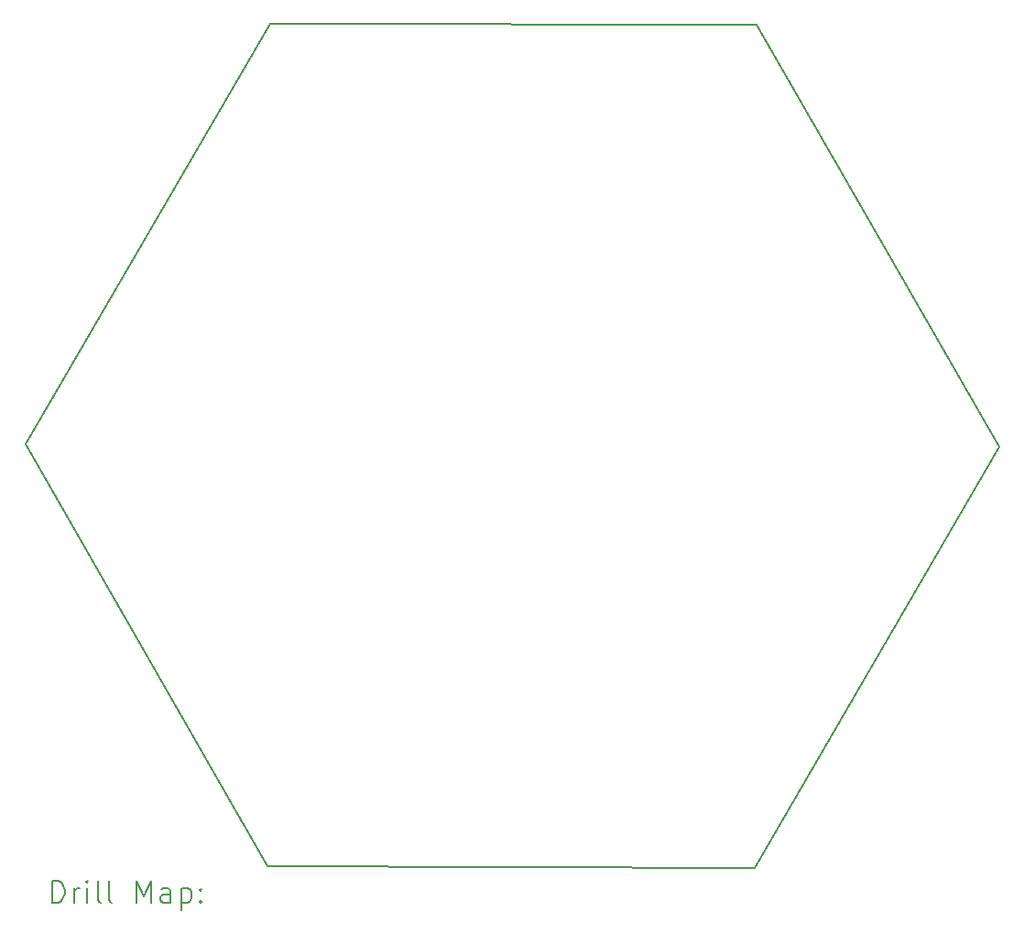
<source format=gbr>
%FSLAX45Y45*%
G04 Gerber Fmt 4.5, Leading zero omitted, Abs format (unit mm)*
G04 Created by KiCad (PCBNEW 6.0.5-a6ca702e91~116~ubuntu22.04.1) date 2022-07-22 23:50:19*
%MOMM*%
%LPD*%
G01*
G04 APERTURE LIST*
%TA.AperFunction,Profile*%
%ADD10C,0.200000*%
%TD*%
%ADD11C,0.200000*%
G04 APERTURE END LIST*
D10*
X16094357Y-5454412D02*
X11594357Y-5440684D01*
X16070580Y-13248640D02*
X18332469Y-9358390D01*
X11570580Y-13234912D02*
X16070580Y-13248640D01*
X11594357Y-5440684D02*
X9332469Y-9330934D01*
X9332469Y-9330934D02*
X11570580Y-13234912D01*
X18332469Y-9358390D02*
X16094357Y-5454412D01*
D11*
X9580088Y-13569116D02*
X9580088Y-13369116D01*
X9627707Y-13369116D01*
X9656278Y-13378640D01*
X9675326Y-13397688D01*
X9684850Y-13416735D01*
X9694373Y-13454830D01*
X9694373Y-13483402D01*
X9684850Y-13521497D01*
X9675326Y-13540545D01*
X9656278Y-13559592D01*
X9627707Y-13569116D01*
X9580088Y-13569116D01*
X9780088Y-13569116D02*
X9780088Y-13435783D01*
X9780088Y-13473878D02*
X9789612Y-13454830D01*
X9799135Y-13445307D01*
X9818183Y-13435783D01*
X9837231Y-13435783D01*
X9903897Y-13569116D02*
X9903897Y-13435783D01*
X9903897Y-13369116D02*
X9894373Y-13378640D01*
X9903897Y-13388164D01*
X9913421Y-13378640D01*
X9903897Y-13369116D01*
X9903897Y-13388164D01*
X10027707Y-13569116D02*
X10008659Y-13559592D01*
X9999135Y-13540545D01*
X9999135Y-13369116D01*
X10132469Y-13569116D02*
X10113421Y-13559592D01*
X10103897Y-13540545D01*
X10103897Y-13369116D01*
X10361040Y-13569116D02*
X10361040Y-13369116D01*
X10427707Y-13511973D01*
X10494373Y-13369116D01*
X10494373Y-13569116D01*
X10675326Y-13569116D02*
X10675326Y-13464354D01*
X10665802Y-13445307D01*
X10646754Y-13435783D01*
X10608659Y-13435783D01*
X10589612Y-13445307D01*
X10675326Y-13559592D02*
X10656278Y-13569116D01*
X10608659Y-13569116D01*
X10589612Y-13559592D01*
X10580088Y-13540545D01*
X10580088Y-13521497D01*
X10589612Y-13502449D01*
X10608659Y-13492926D01*
X10656278Y-13492926D01*
X10675326Y-13483402D01*
X10770564Y-13435783D02*
X10770564Y-13635783D01*
X10770564Y-13445307D02*
X10789612Y-13435783D01*
X10827707Y-13435783D01*
X10846754Y-13445307D01*
X10856278Y-13454830D01*
X10865802Y-13473878D01*
X10865802Y-13531021D01*
X10856278Y-13550068D01*
X10846754Y-13559592D01*
X10827707Y-13569116D01*
X10789612Y-13569116D01*
X10770564Y-13559592D01*
X10951516Y-13550068D02*
X10961040Y-13559592D01*
X10951516Y-13569116D01*
X10941993Y-13559592D01*
X10951516Y-13550068D01*
X10951516Y-13569116D01*
X10951516Y-13445307D02*
X10961040Y-13454830D01*
X10951516Y-13464354D01*
X10941993Y-13454830D01*
X10951516Y-13445307D01*
X10951516Y-13464354D01*
M02*

</source>
